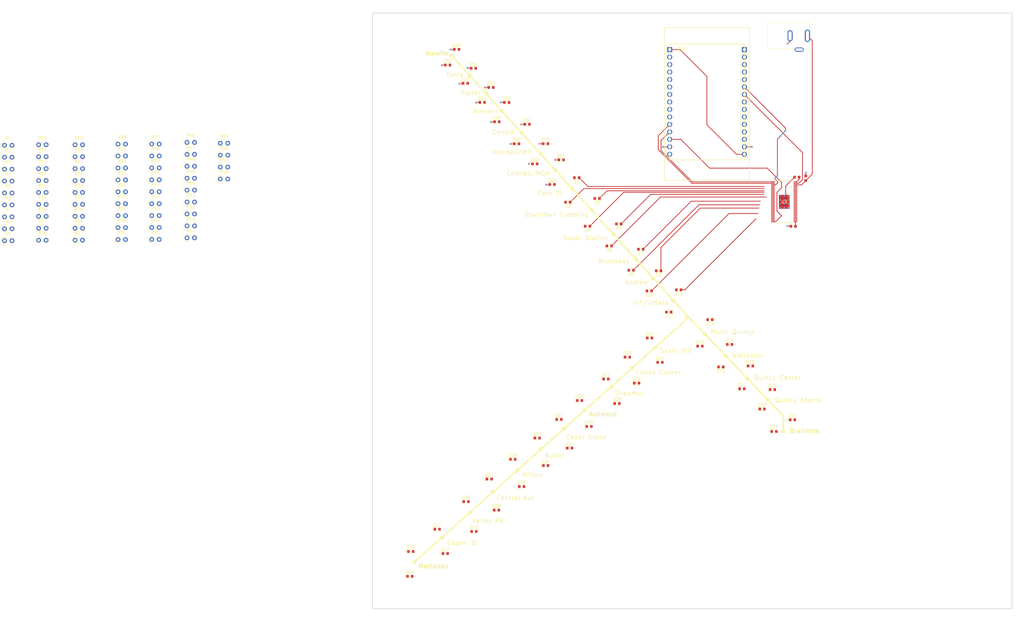
<source format=kicad_pcb>
(kicad_pcb (version 20240108) (generator "pcbnew") (generator_version "8.0")
  (layers (0 "F.Cu" signal) (31 "B.Cu" signal) (34 "B.Paste" user) (35 "F.Paste" user) (36 "B.SilkS" user "B.Silkscreen") (37 "F.SilkS" user "F.Silkscreen") (38 "B.Mask" user) (39 "F.Mask" user) (44 "Edge.Cuts" user))
  (net 0 "")
  (net 1 "Net-(C1-Pad2)")
  (net 2 "GND")
  (net 3 "Net-(C2-Pad2)")
  (net 4 "/+5V")
  (net 6 "/LED49")
  (net 7 "Net-(D49-A)")
  (net 8 "/LED50")
  (net 9 "Net-(D50-A)")
  (net 10 "Net-(D51-A)")
  (net 11 "/LED51")
  (net 12 "Net-(D52-A)")
  (net 13 "/LED52")
  (net 14 "/LED53")
  (net 15 "Net-(D53-A)")
  (net 16 "/LED54")
  (net 17 "Net-(D54-A)")
  (net 18 "/LED55")
  (net 19 "Net-(D55-A)")
  (net 20 "/LED56")
  (net 21 "Net-(D56-A)")
  (net 22 "Net-(D57-A)")
  (net 23 "/LED57")
  (net 24 "Net-(D58-A)")
  (net 25 "/LED58")
  (net 26 "/LED59")
  (net 27 "Net-(D59-A)")
  (net 28 "/LED60")
  (net 29 "Net-(D60-A)")
  (net 30 "/LED61")
  (net 31 "Net-(D61-A)")
  (net 32 "Net-(D62-A)")
  (net 33 "/LED62")
  (net 34 "Net-(D1-A)")
  (net 35 "Net-(D2-A)")
  (net 36 "Net-(D3-A)")
  (net 37 "Net-(D4-A)")
  (net 38 "Net-(D5-A)")
  (net 39 "Net-(D6-A)")
  (net 40 "Net-(D7-A)")
  (net 41 "Net-(D8-A)")
  (net 42 "Net-(D9-A)")
  (net 43 "Net-(D10-A)")
  (net 44 "Net-(D11-A)")
  (net 45 "Net-(D12-A)")
  (net 46 "Net-(D13-A)")
  (net 47 "Net-(D14-A)")
  (net 48 "Net-(D15-A)")
  (net 49 "Net-(D16-A)")
  (net 50 "Net-(D17-A)")
  (net 51 "Net-(D18-A)")
  (net 52 "Net-(D19-A)")
  (net 53 "Net-(D20-A)")
  (net 54 "Net-(D21-A)")
  (net 55 "Net-(D22-A)")
  (net 56 "Net-(D23-A)")
  (net 57 "Net-(D24-A)")
  (net 58 "Net-(D25-A)")
  (net 59 "Net-(D26-A)")
  (net 60 "Net-(D27-A)")
  (net 61 "Net-(D28-A)")
  (net 62 "Net-(D29-A)")
  (net 63 "Net-(D30-A)")
  (net 64 "Net-(D31-A)")
  (net 65 "Net-(D32-A)")
  (net 66 "Net-(D33-A)")
  (net 67 "Net-(D34-A)")
  (net 68 "Net-(D35-A)")
  (net 69 "Net-(D36-A)")
  (net 70 "Net-(D37-A)")
  (net 71 "Net-(D38-A)")
  (net 72 "Net-(D39-A)")
  (net 73 "Net-(D40-A)")
  (net 74 "Net-(D41-A)")
  (net 75 "Net-(D42-A)")
  (net 76 "Net-(D43-A)")
  (net 77 "Net-(D44-A)")
  (net 78 "/GSCLK")
  (net 79 "/LAT")
  (net 80 "/SIN")
  (net 81 "/SCLK")
  (net 82 "/SOUT")
  (net 83 "/LED31")
  (net 84 "/LED26")
  (net 85 "/LED11")
  (net 86 "/LED28")
  (net 87 "/LED16")
  (net 88 "/LED13")
  (net 89 "/LED37")
  (net 90 "/LED3")
  (net 91 "/LED27")
  (net 92 "/LED30")
  (net 93 "/LED10")
  (net 94 "/LED32")
  (net 95 "/LED7")
  (net 96 "/LED48")
  (net 97 "/LED42")
  (net 98 "/LED36")
  (net 99 "/LED24")
  (net 100 "/LED5")
  (net 101 "/LED39")
  (net 102 "/LED29")
  (net 103 "/LED1")
  (net 104 "/LED8")
  (net 105 "/LED41")
  (net 106 "/LED33")
  (net 107 "/LED19")
  (net 108 "/LED35")
  (net 109 "/LED17")
  (net 110 "/LED43")
  (net 111 "/LED18")
  (net 112 "/LED15")
  (net 113 "/LED6")
  (net 114 "/LED34")
  (net 115 "/LED47")
  (net 116 "/LED25")
  (net 117 "/LED23")
  (net 118 "/LED14")
  (net 119 "/LED20")
  (net 120 "/LED9")
  (net 121 "/LED38")
  (net 122 "/LED46")
  (net 123 "/LED21")
  (net 124 "/LED40")
  (net 125 "/LED44")
  (net 126 "/LED2")
  (net 127 "/LED4")
  (net 128 "/LED12")
  (net 129 "/LED22")
  (net 130 "/LED45")
  (net 134 "/+3.3V ESP")
  (footprint "OEM:C_0603" (layer "F.Cu") (at 309.4354 101.7092)
    (property "Reference" "C2" (hide yes))
    (property "Value" "0.1uF" (hide yes))
  )
  (footprint "Resistor_THT:R_Axial_DIN0207_L6.3mm_D2.5mm_P2.54mm_Vertical" (layer "F.Cu") (at 103.765 81.325)
    (property "Reference" "R48")
    (property "Value" "91")
  )
  (footprint "LED_SMD:LED_0603_1608Metric" (layer "F.Cu") (at 287.8625 141.825)
    (property "Reference" "D16")
    (property "Value" "LED" (hide yes))
  )
  (footprint "Resistor_THT:R_Axial_DIN0207_L6.3mm_D2.5mm_P2.54mm_Vertical" (layer "F.Cu") (at 41.825 106.6)
    (property "Reference" "R9")
    (property "Value" "33")
  )
  (footprint "Resistor_THT:R_Axial_DIN0207_L6.3mm_D2.5mm_P2.54mm_Vertical" (layer "F.Cu") (at 65.77 90.225)
    (property "Reference" "R23")
    (property "Value" "91")
  )
  (footprint "Resistor_THT:R_Axial_DIN0207_L6.3mm_D2.5mm_P2.54mm_Vertical" (layer "F.Cu") (at 41.825 102.55)
    (property "Reference" "R8")
    (property "Value" "33")
  )
  (footprint "Resistor_THT:R_Axial_DIN0207_L6.3mm_D2.5mm_P2.54mm_Vertical" (layer "F.Cu") (at 103.765 85.375)
    (property "Reference" "R49")
    (property "Value" "91")
  )
  (footprint "LED_SMD:LED_0603_1608Metric" (layer "F.Cu") (at 232.9625 93.525 180)
    (property "Reference" "D2")
    (property "Value" "LED")
  )
  (footprint "LED_SMD:LED_0603_1608Metric" (layer "F.Cu") (at 225.4625 182.95)
    (property "Reference" "D34")
    (property "Value" "LED")
  )
  (footprint "LED_SMD:LED_0603_1608Metric" (layer "F.Cu") (at 208.7625 198.075)
    (property "Reference" "D38")
    (property "Value" "LED")
  )
  (footprint "Resistor_THT:R_Axial_DIN0207_L6.3mm_D2.5mm_P2.54mm_Vertical" (layer "F.Cu") (at 115.04 77.55)
    (property "Reference" "R56")
    (property "Value" "91")
  )
  (footprint "OEM:C_0603" (layer "F.Cu") (at 310.6604 85.0092)
    (property "Reference" "C1" (hide yes))
    (property "Value" "0.1uF" (hide yes))
  )
  (footprint "LED_SMD:LED_0603_1608Metric" (layer "F.Cu") (at 270.5875 123.275 180)
    (property "Reference" "D11")
    (property "Value" "LED" (hide yes))
  )
  (footprint "Resistor_THT:R_Axial_DIN0207_L6.3mm_D2.5mm_P2.54mm_Vertical" (layer "F.Cu") (at 115.04 85.65)
    (property "Reference" "R58")
    (property "Value" "91")
  )
  (footprint "Resistor_THT:R_Axial_DIN0207_L6.3mm_D2.5mm_P2.54mm_Vertical" (layer "F.Cu") (at 103.765 105.625)
    (property "Reference" "R54")
    (property "Value" "91")
  )
  (footprint "Resistor_THT:R_Axial_DIN0207_L6.3mm_D2.5mm_P2.54mm_Vertical" (layer "F.Cu") (at 91.785 106.175)
    (property "Reference" "R45")
    (property "Value" "91")
  )
  (footprint "LED_SMD:LED_0603_1608Metric" (layer "F.Cu") (at 195.2375 41.625)
    (property "Reference" "D49")
    (property "Value" "LED" (hide yes))
  )
  (footprint "LED_SMD:LED_0603_1608Metric" (layer "F.Cu") (at 256.3125 154.95)
    (property "Reference" "D26")
    (property "Value" "LED" (hide yes))
  )
  (footprint "LED_SMD:LED_0603_1608Metric" (layer "F.Cu") (at 249.6625 161.875)
    (property "Reference" "D28")
    (property "Value" "LED" (hide yes))
  )
  (footprint "LED_SMD:LED_0603_1608Metric" (layer "F.Cu") (at 179.6875 212.125)
    (property "Reference" "D43")
    (property "Value" "LED")
  )
  (footprint "Resistor_THT:R_Axial_DIN0207_L6.3mm_D2.5mm_P2.54mm_Vertical" (layer "F.Cu") (at 91.785 89.975)
    (property "Reference" "R41")
    (property "Value" "91")
  )
  (footprint "Resistor_THT:R_Axial_DIN0207_L6.3mm_D2.5mm_P2.54mm_Vertical" (layer "F.Cu") (at 80.345 73.8)
    (property "Reference" "R28")
    (property "Value" "91")
  )
  (footprint "LED_SMD:LED_0603_1608Metric" (layer "F.Cu") (at 227.6375 87.5)
    (property "Reference" "D62")
    (property "Value" "LED" (hide yes))
  )
  (footprint "LED_SMD:LED_0603_1608Metric" (layer "F.Cu") (at 188.6375 204.575)
    (property "Reference" "D41")
    (property "Value" "LED")
  )
  (footprint "Resistor_THT:R_Axial_DIN0207_L6.3mm_D2.5mm_P2.54mm_Vertical" (layer "F.Cu") (at 103.765 73.225)
    (property "Reference" "R46")
    (property "Value" "91")
  )
  (footprint "Resistor_THT:R_Axial_DIN0207_L6.3mm_D2.5mm_P2.54mm_Vertical" (layer "F.Cu") (at 53.415 90.225)
    (property "Reference" "R14")
    (property "Value" "33")
  )
  (footprint "Resistor_THT:R_Axial_DIN0207_L6.3mm_D2.5mm_P2.54mm_Vertical" (layer "F.Cu") (at 65.77 78.075)
    (property "Reference" "R20")
    (property "Value" "91")
  )
  (footprint "Resistor_THT:R_Axial_DIN0207_L6.3mm_D2.5mm_P2.54mm_Vertical" (layer "F.Cu") (at 80.345 85.95)
    (property "Reference" "R31")
    (property "Value" "91")
  )
  (footprint "LED_SMD:LED_0603_1608Metric" (layer "F.Cu") (at 206.9125 54.55)
    (property "Reference" "D53")
    (property "Value" "LED" (hide yes))
  )
  (footprint "LED_SMD:LED_0603_1608Metric" (layer "F.Cu") (at 240.1625 169.675)
    (property "Reference" "D30")
    (property "Value" "LED" (hide yes))
  )
  (footprint "Resistor_THT:R_Axial_DIN0207_L6.3mm_D2.5mm_P2.54mm_Vertical" (layer "F.Cu") (at 91.785 98.075)
    (property "Reference" "R43")
    (property "Value" "91")
  )
  (footprint "LED_SMD:LED_0603_1608Metric" (layer "F.Cu") (at 264.2375 147.9)
    (property "Reference" "D24")
    (property "Value" "LED" (hide yes))
  )
  (footprint "Resistor_THT:R_Axial_DIN0207_L6.3mm_D2.5mm_P2.54mm_Vertical" (layer "F.Cu") (at 80.345 77.85)
    (property "Reference" "R29")
    (property "Value" "91")
  )
  (footprint "LED_SMD:LED_0603_1608Metric" (layer "F.Cu") (at 192.2125 46.95)
    (property "Reference" "D50")
    (property "Value" "LED" (hide yes))
  )
  (footprint "LED_SMD:LED_0603_1608Metric" (layer "F.Cu") (at 198.4375 195.2)
    (property "Reference" "D39")
    (property "Value" "LED")
  )
  (footprint "LED_SMD:LED_0603_1608Metric" (layer "F.Cu") (at 292.0375 156.875)
    (property "Reference" "D17")
    (property "Value" "LED" (hide yes))
  )
  (footprint "Resistor_THT:R_Axial_DIN0207_L6.3mm_D2.5mm_P2.54mm_Vertical" (layer "F.Cu") (at 103.765 93.475)
    (property "Reference" "R51")
    (property "Value" "91")
  )
  (footprint "Resistor_THT:R_Axial_DIN0207_L6.3mm_D2.5mm_P2.54mm_Vertical" (layer "F.Cu") (at 80.345 106.2)
    (property "Reference" "R36")
    (property "Value" "91")
  )
  (footprint "Resistor_THT:R_Axial_DIN0207_L6.3mm_D2.5mm_P2.54mm_Vertical" (layer "F.Cu") (at 65.77 106.425)
    (property "Reference" "R27")
    (property "Value" "91")
  )
  (footprint "LED_SMD:LED_0603_1608Metric" (layer "F.Cu") (at 235.9875 85.2 180)
    (property "Reference" "D1")
    (property "Value" "LED" (hide yes))
  )
  (footprint "LED_SMD:LED_0603_1608Metric" (layer "F.Cu") (at 200.9625 48.05)
    (property "Reference" "D51")
    (property "Value" "LED" (hide yes))
  )
  (footprint "Resistor_THT:R_Axial_DIN0207_L6.3mm_D2.5mm_P2.54mm_Vertical" (layer "F.Cu") (at 53.415 82.125)
    (property "Reference" "R12")
    (property "Value" "33")
  )
  (footprint "Resistor_THT:R_Axial_DIN0207_L6.3mm_D2.5mm_P2.54mm_Vertical" (layer "F.Cu") (at 115.04 81.6)
    (property "Reference" "R57")
    (property "Value" "91")
  )
  (footprint "LED_SMD:LED_0603_1608Metric" (layer "F.Cu") (at 214.3125 180.825)
    (property "Reference" "D35")
    (property "Value" "LED")
  )
  (footprint "Resistor_THT:R_Axial_DIN0207_L6.3mm_D2.5mm_P2.54mm_Vertical" (layer "F.Cu") (at 65.77 86.175)
    (property "Reference" "R22")
    (property "Value" "91")
  )
  (footprint "LED_SMD:LED_0603_1608Metric" (layer "F.Cu") (at 236.9625 160.875)
    (property "Reference" "D29")
    (property "Value" "LED" (hide yes))
  )
  (footprint "LED_SMD:LED_0603_1608Metric" (layer "F.Cu") (at 217.2875 190.075)
    (property "Reference" "D36")
    (property "Value" "LED")
  )
  (footprint "LED_SMD:LED_0603_1608Metric" (layer "F.Cu") (at 281.1875 133.4 180)
    (property "Reference" "D14")
    (property "Value" "LED" (hide yes))
  )
  (footprint "LED_SMD:LED_0603_1608Metric" (layer "F.Cu") (at 230.7125 79.125)
    (property "Reference" "D61")
    (property "Value" "LED" (hide yes))
  )
  (footprint "Resistor_THT:R_Axial_DIN0207_L6.3mm_D2.5mm_P2.54mm_Vertical" (layer "F.Cu") (at 53.415 106.425)
    (property "Reference" "R18")
    (property "Value" "91")
  )
  (footprint "LED_SMD:LED_0603_1608Metric" (layer "F.Cu") (at 225.4125 73.65)
    (property "Reference" "D59")
    (property "Value" "LED" (hide yes))
  )
  (footprint "Resistor_THT:R_Axial_DIN0207_L6.3mm_D2.5mm_P2.54mm_Vertical" (layer "F.Cu") (at 65.77 102.375)
    (property "Reference" "R26")
    (property "Value" "91")
  )
  (footprint "LED_SMD:LED_0603_1608Metric" (layer "F.Cu") (at 212.2375 59.65)
    (property "Reference" "D55")
    (property "Value" "LED" (hide yes))
  )
  (footprint "LED_SMD:LED_0603_1608Metric" (layer "F.Cu") (at 309.2125 167.4)
    (property "Reference" "D22")
    (property "Value" "LED" (hide yes))
  )
  (footprint "LED_SMD:LED_0603_1608Metric" (layer "F.Cu") (at 221.7625 80.5)
    (property "Reference" "D60")
    (property "Value" "LED" (hide yes))
  )
  (footprint "Resistor_THT:R_Axial_DIN0207_L6.3mm_D2.5mm_P2.54mm_Vertical" (layer "F.Cu") (at 65.77 98.325)
    (property "Reference" "R25")
    (property "Value" "91")
  )
  (footprint "LED_SMD:LED_0603_1608Metric" (layer "F.Cu") (at 302.3875 157.15)
    (property "Reference" "D20")
    (property "Value" "LED" (hide yes))
  )
  (footprint "LED_SMD:LED_0603_1608Metric" (layer "F.Cu") (at 245.9125 153.55)
    (property "Reference" "D27")
    (property "Value" "LED" (hide yes))
  )
  (footprint "Resistor_THT:R_Axial_DIN0207_L6.3mm_D2.5mm_P2.54mm_Vertical" (layer "F.Cu") (at 80.345 94.05)
    (property "Reference" "R33")
    (property "Value" "91")
  )
  (footprint "LED_SMD:LED_0603_1608Metric" (layer "F.Cu") (at 208.8875 66.2)
    (property "Reference" "D56")
    (property "Value" "LED" (hide yes))
  )
  (footprint "Resistor_THT:R_Axial_DIN0207_L6.3mm_D2.5mm_P2.54mm_Vertical" (layer "F.Cu") (at 103.765 101.575)
    (property "Reference" "R53")
    (property "Value" "91")
  )
  (footprint "Resistor_THT:R_Axial_DIN0207_L6.3mm_D2.5mm_P2.54mm_Vertical" (layer "F.Cu") (at 53.415 78.075)
    (property "Reference" "R11")
    (property "Value" "33")
  )
  (footprint "Resistor_THT:R_Axial_DIN0207_L6.3mm_D2.5mm_P2.54mm_Vertical" (layer "F.Cu") (at 115.04 73.5)
    (property "Reference" "R55")
    (property "Value" "91")
  )
  (footprint "LED_SMD:LED_0603_1608Metric" (layer "F.Cu") (at 263.7625 116.825 180)
    (property "Reference" "D9")
    (property "Value" "LED")
  )
  (footprint "LED_SMD:LED_0603_1608Metric" (layer "F.Cu") (at 284.8875 149.475 180)
    (property "Reference" "D15")
    (property "Value" "LED" (hide yes))
  )
  (footprint "Resistor_THT:R_Axial_DIN0207_L6.3mm_D2.5mm_P2.54mm_Vertical" (layer "F.Cu") (at 65.77 94.275)
    (property "Reference" "R24")
    (property "Value" "91")
  )
  (footprint "LED_SMD:LED_0603_1608Metric" (layer "F.Cu") (at 215.5875 73.675)
    (property "Reference" "D58")
    (property "Value" "LED" (hide yes))
  )
  (footprint "LED_SMD:LED_0603_1608Metric" (layer "F.Cu") (at 222.5875 173.6)
    (property "Reference" "D33")
    (property "Value" "LED")
  )
  (footprint "Resistor_THT:R_Axial_DIN0207_L6.3mm_D2.5mm_P2.54mm_Vertical" (layer "F.Cu") (at 41.825 98.5)
    (property "Reference" "R7")
    (property "Value" "33")
  )
  (footprint "Resistor_THT:R_Axial_DIN0207_L6.3mm_D2.5mm_P2.54mm_Vertical" (layer "F.Cu") (at 80.345 98.1)
    (property "Reference" "R34")
    (property "Value" "91")
  )
  (footprint "Resistor_THT:R_Axial_DIN0207_L6.3mm_D2.5mm_P2.54mm_Vertical" (layer "F.Cu") (at 53.415 94.275)
    (property "Reference" "R15")
    (property "Value" "91")
  )
  (footprint "LED_SMD:LED_0603_1608Metric" (layer "F.Cu") (at 257.7125 109.5 180)
    (property "Reference" "D7")
    (property "Value" "LED")
  )
  (footprint "LED_SMD:LED_0603_1608Metric" (layer "F.Cu") (at 201.1125 205.325)
    (property "Reference" "D40")
    (property "Value" "LED")
  )
  (footprint "Resistor_THT:R_Axial_DIN0207_L6.3mm_D2.5mm_P2.54mm_Vertical" (layer "F.Cu") (at 65.77 82.125)
    (property "Reference" "R21")
    (property "Value" "91")
  )
  (footprint "TLC5955:DCA0056F_N" (layer "F.Cu") (at 306.385319 93.384199)
    (property "Reference" "U3")
    (property "Value" "TLC5955DCAR")
  )
  (footprint "LED_SMD:LED_0603_1608Metric" (layer "F.Cu") (at 198.2125 53.15)
    (property "Reference" "D52")
    (property "Value" "LED" (hide yes))
  )
  (footprint "Resistor_THT:R_Axial_DIN0207_L6.3mm_D2.5mm_P2.54mm_Vertical" (layer "F.Cu") (at 80.345 81.9)
    (property "Reference" "R30")
    (property "Value" "91")
  )
  (footprint "Resistor_THT:R_Axial_DIN0207_L6.3mm_D2.5mm_P2.54mm_Vertical" (layer "F.Cu") (at 41.825 90.4)
    (property "Reference" "R5")
    (property "Value" "33")
  )
  (footprint "LED_SMD:LED_0603_1608Metric" (layer "F.Cu") (at 239.6375 101.675 180)
    (property "Reference" "D4")
    (property "Value" "LED")
  )
  (footprint "Resistor_THT:R_Axial_DIN0207_L6.3mm_D2.5mm_P2.54mm_Vertical" (layer "F.Cu") (at 41.825 86.35)
    (property "Reference" "R4")
    (property "Value" "33")
  )
  (footprint "LED_SMD:LED_0603_1608Metric" (layer "F.Cu") (at 206.3125 187.525)
    (property "Reference" "D37")
    (property "Value" "LED")
  )
  (footprint "LED_SMD:LED_0603_1608Metric" (layer "F.Cu") (at 233.5625 177)
    (property "Reference" "D32")
    (property "Value" "LED")
  )
  (footprint "LED_SMD:LED_0603_1608Metric" (layer "F.Cu") (at 250.2375 100.9 180)
    (property "Reference" "D5")
    (property "Value" "LED")
  )
  (footprint "LED_SMD:LED_0603_1608Metric" (layer "F.Cu") (at 191.3875 212.825)
    (property "Reference" "D42")
    (property "Value" "LED")
  )
  (footprint "Resistor_THT:R_Axial_DIN0207_L6.3mm_D2.5mm_P2.54mm_Vertical" (layer "F.Cu") (at 103.765 89.425)
    (property "Reference" "R50")
    (property "Value" "91")
  )
  (footprint "Connector_PinHeader_2.54mm:PinHeader_1x15_P2.54mm_Vertical" (layer "F.Cu") (at 292.875 41.7)
    (property "Reference" "J3" (hide yes))
    (property "Value" "Conn_01x15_Socket" (hide yes))
  )
  (footprint "LED_SMD:LED_0603_1608Metric" (layer "F.Cu") (at 302.9375 171.375)
    (property "Reference" "D21")
    (property "Value" "LED" (hide yes))
  )
  (footprint "OEM:C_0603" (layer "F.Cu") (at 313.6854 85.4092 -90)
    (property "Reference" "C3" (hide yes))
    (property "Value" "0.1uF" (hide yes))
  )
  (footprint "Resistor_THT:R_Axial_DIN0207_L6.3mm_D2.5mm_P2.54mm_Vertical" (layer "F.Cu") (at 103.765 77.275)
    (property "Reference" "R47")
    (property "Value" "91")
  )
  (footprint "LED_SMD:LED_0603_1608Metric" (layer "F.Cu") (at 253.1875 146.125)
    (property "Reference" "D25")
    (property "Value" "LED" (hide yes))
  )
  (footprint "LED_SMD:LED_0603_1608Metric" (layer "F.Cu") (at 242.8875 92.25 180)
    (property "Reference" "D3")
    (property "Value" "LED")
  )
  (footprint "Resistor_THT:R_Axial_DIN0207_L6.3mm_D2.5mm_P2.54mm_Vertical" (layer "F.Cu") (at 80.345 90)
    (property "Reference" "R32")
    (property "Value" "91")
  )
  (footprint "LED_SMD:LED_0603_1608Metric" (layer "F.Cu") (at 203.9125 59.625)
    (property "Reference" "D54")
    (property "Value" "LED" (hide yes))
  )
  (footprint "Resistor_THT:R_Axial_DIN0207_L6.3mm_D2.5mm_P2.54mm_Vertical" (layer "F.Cu") (at 53.415 74.025)
    (property "Reference" "R10")
    (property "Value" "33")
  )
  (footprint "LED_SMD:LED_0603_1608Metric" (layer "F.Cu") (at 247.0125 108.375 180)
    (property "Reference" "D6")
    (property "Value" "LED")
  )
  (footprint "LED_SMD:LED_0603_1608Metric" (layer "F.Cu") (at 179.3625 220.575)
    (property "Reference" "D44")
    (property "Value" "LED")
  )
  (footprint "Resistor_THT:R_Axial_DIN0207_L6.3mm_D2.5mm_P2.54mm_Vertical" (layer "F.Cu") (at 80.345 102.15)
    (property "Reference" "R35")
    (property "Value" "91")
  )
  (footprint "Resistor_THT:R_Axial_DIN0207_L6.3mm_D2.5mm_P2.54mm_Vertical" (layer "F.Cu") (at 103.765 97.525)
    (property "Reference" "R52")
    (property "Value" "91")
  )
  (footprint "LED_SMD:LED_0603_1608Metric" (layer "F.Cu") (at 294.9375 149.125)
    (property "Reference" "D18")
    (property "Value" "LED" (hide yes))
  )
  (footprint "Resistor_THT:R_Axial_DIN0207_L6.3mm_D2.5mm_P2.54mm_Vertical" (layer "F.Cu") (at 91.785 81.875)
    (property "Reference" "R39")
    (property "Value" "91")
  )
  (footprint "LED_SMD:LED_0603_1608Metric" (layer "F.Cu") (at 260.7125 139.625)
    (property "Reference" "D23")
    (property "Value" "LED" (hide yes))
  )
  (footprint "Resistor_THT:R_Axial_DIN0207_L6.3mm_D2.5mm_P2.54mm_Vertical" (layer "F.Cu") (at 91.785 102.125)
    (property "Reference" "R44")
    (property "Value" "91")
  )
  (footprint "Resistor_THT:R_Axial_DIN0207_L6.3mm_D2.5mm_P2.54mm_Vertical" (layer "F.Cu") (at 91.785 73.775)
    (property "Reference" "R37")
    (property "Value" "91")
  )
  (footprint "LED_SMD:LED_0603_1608Metric" (layer "F.Cu") (at 219.1625 67.05)
    (property "Reference" "D57")
    (property "Value" "LED" (hide yes))
  )
  (footprint "Resistor_THT:R_Axial_DIN0207_L6.3mm_D2.5mm_P2.54mm_Vertical" (layer "F.Cu") (at 91.785 94.025)
    (property "Reference" "R42")
    (property "Value" "91")
  )
  (footprint "Barrel Connector 5A 5V:TENSILITY_54-00132" (layer "F.Cu") (at 308.3729 37.0092 -90)
    (property "Reference" "J1" (hide yes))
    (property "Value" "54-00132" (hide yes))
  )
  (footprint "LED_SMD:LED_0603_1608Metric" (layer "F.Cu") (at 298.8875 163.75)
    (property "Reference" "D19")
    (property "Value" "LED" (hide yes))
  )
  (footprint "Resistor_THT:R_Axial_DIN0207_L6.3mm_D2.5mm_P2.54mm_Vertical" (layer "F.Cu") (at 41.825 74.2)
    (property "Reference" "R1")
    (property "Value" "33")
  )
  (footprint "LED_SMD:LED_0603_1608Metric" (layer "F.Cu") (at 267.2125 130.85 180)
    (property "Reference" "D12")
    (property "Value" "LED")
  )
  (footprint "LED_SMD:LED_0603_1608Metric" (layer "F.Cu") (at 254.4375 116.625 180)
    (property "Reference" "D8")
    (property "Value" "LED")
  )
  (footprint "Resistor_THT:R_Axial_DIN0207_L6.3mm_D2.5mm_P2.54mm_Vertical" (layer "F.Cu") (at 91.785 85.925)
    (property "Reference" "R40")
    (property "Value" "91")
  )
  (footprint "Resistor_THT:R_Axial_DIN0207_L6.3mm_D2.5mm_P2.54mm_Vertical" (layer "F.Cu") (at 53.415 86.175)
    (property "Reference" "R13")
    (property "Value" "33")
  )
  (footprint "Connector_PinHeader_2.54mm:PinHeader_1x15_P2.54mm_Vertical" (layer "F.Cu") (at 267.525 41.7)
    (property "Reference" "J2" (hide yes))
    (property "Value" "Conn_01x15_Socket" (hide yes))
  )
  (footprint "LED_SMD:LED_0603_1608Metric" (layer "F.Cu") (at 277.8125 142.4)
    (property "Reference" "D13")
    (property "Value" "LED" (hide yes))
  )
  (footprint "Resistor_THT:R_Axial_DIN0207_L6.3mm_D2.5mm_P2.54mm_Vertical" (layer "F.Cu") (at 65.77 74.025)
    (property "Reference" "R19")
    (property "Value" "91")
  )
  (footprint "Resistor_THT:R_Axial_DIN0207_L6.3mm_D2.5mm_P2.54mm_Vertical" (layer "F.Cu") (at 41.825 94.45)
    (property "Reference" "R6")
    (property "Value" "33")
  )
  (footprint "Resistor_THT:R_Axial_DIN0207_L6.3mm_D2.5mm_P2.54mm_Vertical" (layer "F.Cu") (at 41.825 82.3)
    (property "Reference" "R3")
    (property "Value" "33")
  )
  (footprint "Resistor_THT:R_Axial_DIN0207_L6.3mm_D2.5mm_P2.54mm_Vertical" (layer "F.Cu") (at 53.415 98.325)
    (property "Reference" "R16")
    (property "Value" "91")
  )
  (footprint "Resistor_THT:R_Axial_DIN0207_L6.3mm_D2.5mm_P2.54mm_Vertical" (layer "F.Cu") (at 91.785 77.825)
    (property "Reference" "R38")
    (property "Value" "91")
  )
  (footprint "Resistor_THT:R_Axial_DIN0207_L6.3mm_D2.5mm_P2.54mm_Vertical" (layer "F.Cu") (at 41.825 78.25)
    (property "Reference" "R2")
    (property "Value" "33")
  )
  (footprint "LED_SMD:LED_0603_1608Metric" (layer "F.Cu") (at 260.5875 123.65 180)
    (property "Reference" "D10")
    (property "Value" "LED")
  )
  (footprint "LED_SMD:LED_0603_1608Metric" (layer "F.Cu") (at 229.9875 167.275)
    (property "Reference" "D31")
    (property "Value" "LED" (hide yes))
  )
  (footprint "Resistor_THT:R_Axial_DIN0207_L6.3mm_D2.5mm_P2.54mm_Vertical" (layer "F.Cu") (at 53.415 102.375)
    (property "Reference" "R17")
    (property "Value" "91")
  )
  (gr_circle (center 300.625 160.475) (end 301.165833 160.475) (stroke (width 0.2)) (fill solid) (layer "F.SilkS"))
  (gr_circle (center 180.9 215.7) (end 181.440833 215.7) (stroke (width 0.2)) (fill solid) (layer "F.SilkS"))
  (gr_circle (center 286.65 145.8) (end 287.190833 145.8) (stroke (width 0.2)) (fill solid) (layer "F.SilkS"))
  (gr_rect (start 265.7854 34.2092) (end 294.5924 86.0792) (stroke (width 0.2)) (fill none) (layer "F.SilkS"))
  (gr_circle (center 193.525 43.7) (end 194.065833 43.7) (stroke (width 0.2)) (fill solid) (layer "F.SilkS"))
  (gr_circle (center 234.425 88.875) (end 234.965833 88.875) (stroke (width 0.2)) (fill solid) (layer "F.SilkS"))
  (gr_arc (start 272.84344 131.388416) (mid 273.325 132.525) (end 272.880336 133.67652) (stroke (width 0.5)) (layer "F.SilkS"))
  (gr_line (start 306.125 166.15) (end 306.125 171.275) (stroke (width 0.5)) (layer "F.SilkS"))
  (gr_circle (center 217.175 69.775) (end 217.715833 69.775) (stroke (width 0.2)) (fill solid) (layer "F.SilkS"))
  (gr_circle (center 207.55 191.85) (end 208.090833 191.85) (stroke (width 0.2)) (fill solid) (layer "F.SilkS"))
  (gr_circle (center 223.825 177.325) (end 224.365833 177.325) (stroke (width 0.2)) (fill solid) (layer "F.SilkS"))
  (gr_circle (center 262.6 142.85) (end 263.140833 142.85) (stroke (width 0.2)) (fill solid) (layer "F.SilkS"))
  (gr_line (start 272.880336 133.67652) (end 180.9 215.7) (stroke (width 0.5)) (layer "F.SilkS"))
  (gr_circle (center 190.3 207.4) (end 190.840833 207.4) (stroke (width 0.2)) (fill solid) (layer "F.SilkS"))
  (gr_circle (center 293.95 153.525) (end 294.490833 153.525) (stroke (width 0.2)) (fill solid) (layer "F.SilkS"))
  (gr_circle (center 306.125 171.275) (end 306.665833 171.275) (stroke (width 0.2)) (fill solid) (layer "F.SilkS"))
  (gr_circle (center 268.7 126.875) (end 269.240833 126.875) (stroke (width 0.2)) (fill solid) (layer "F.SilkS"))
  (gr_circle (center 199.65 50.35) (end 200.190833 50.35) (stroke (width 0.2)) (fill solid) (layer "F.SilkS"))
  (gr_circle (center 254.725 149.775) (end 255.265833 149.775) (stroke (width 0.2)) (fill solid) (layer "F.SilkS"))
  (gr_circle (center 199.75 199.025) (end 200.290833 199.025) (stroke (width 0.2)) (fill solid) (layer "F.SilkS"))
  (gr_circle (center 240.95 96.1) (end 241.490833 96.1) (stroke (width 0.2)) (fill solid) (layer "F.SilkS"))
  (gr_line (start 193.525 43.7) (end 272.84344 131.388416) (stroke (width 0.5)) (layer "F.SilkS"))
  (gr_circle (center 210.5 62.5) (end 211.040833 62.5) (stroke (width 0.2)) (fill solid) (layer "F.SilkS"))
  (gr_circle (center 228.85 82.75) (end 229.390833 82.75) (stroke (width 0.2)) (fill solid) (layer "F.SilkS"))
  (gr_circle (center 247.65 156.325) (end 248.190833 156.325) (stroke (width 0.2)) (fill solid) (layer "F.SilkS"))
  (gr_circle (center 256.1 112.75) (end 256.640833 112.75) (stroke (width 0.2)) (fill solid) (layer "F.SilkS"))
  (gr_circle (center 205.325 56.675) (end 205.865833 56.675) (stroke (width 0.2)) (fill solid) (layer "F.SilkS"))
  (gr_circle (center 261.85 119.4) (end 262.390833 119.4) (stroke (width 0.2)) (fill solid) (layer "F.SilkS"))
  (gr_line (start 272.84344 131.388416) (end 306.125 166.15) (stroke (width 0.5)) (layer "F.SilkS"))
  (gr_circle (center 215.75 184.7) (end 216.290833 184.7) (stroke (width 0.2)) (fill solid) (layer "F.SilkS"))
  (gr_rect (start 267.55 39.775) (end 292.88 79.1704) (stroke (width 0.2)) (fill none) (layer "F.SilkS"))
  (gr_circle (center 248.575 104.475) (end 249.115833 104.475) (stroke (width 0.2)) (fill solid) (layer "F.SilkS"))
  (gr_circle (center 238.625 164.225) (end 239.165833 164.225) (stroke (width 0.2)) (fill solid) (layer "F.SilkS"))
  (gr_circle (center 279.55 138.325) (end 280.090833 138.325) (stroke (width 0.2)) (fill solid) (layer "F.SilkS"))
  (gr_circle (center 223.65 76.975) (end 224.190833 76.975) (stroke (width 0.2)) (fill solid) (layer "F.SilkS"))
  (gr_circle (center 231.675 170.4) (end 232.215833 170.4) (stroke (width 0.2)) (fill solid) (layer "F.SilkS"))
  (gr_rect (start 166.655 29.305724) (end 383.675 231.580724) (stroke (width 0.2)) (fill none) (layer "Edge.Cuts"))
  (gr_text "Davis" (at 191.55 51 0) (layer "F.SilkS") (effects (font (size 1.5 1.5) (thickness 0.1875)) (justify left bottom)))
  (gr_text "Broadway" (at 243.1 114.35 0) (layer "F.SilkS") (effects (font (size 1.5 1.5) (thickness 0.1875)) (justify left bottom)))
  (gr_text "Braintree" (at 308 172.025 0) (layer "F.SilkS") (effects (font (size 1.5 1.5) (thickness 0.3) (bold yes)) (justify left bottom)))
  (gr_text "Ashmont" (at 240 166.35 0) (layer "F.SilkS") (effects (font (size 1.5 1.5) (thickness 0.3) (bold yes)) (justify left bottom)))
  (gr_text "JFK/UMass" (at 254.525 128.4 0) (layer "F.SilkS") (effects (font (size 1.5 1.5) (thickness 0.1875)) (justify left bottom)))
  (gr_text "Andrew" (at 252.3 121.525 0) (layer "F.SilkS") (effects (font (size 1.5 1.5) (thickness 0.1875)) (justify left bottom)))
  (gr_text "Butler" (at 224.95 180.425 0) (layer "F.SilkS") (effects (font (size 1.5 1.5) (thickness 0.1875)) (justify left bottom)))
  (gr_text "Central" (at 207.2 70.625 0) (layer "F.SilkS") (effects (font (size 1.5 1.5) (thickness 0.1875)) (justify left bottom)))
  (gr_text "Cedar Grove" (at 232.125 174.15 0) (layer "F.SilkS") (effects (font (size 1.5 1.5) (thickness 0.1875)) (justify left bottom)))
  (gr_text "Capen St" (at 191.925 210 0) (layer "F.SilkS") (effects (font (size 1.5 1.5) (thickness 0.1875)) (justify left bottom)))
  (gr_text "Central Ave" (at 208.6 194.825 0) (layer "F.SilkS") (effects (font (size 1.5 1.5) (thickness 0.1875)) (justify left bottom)))
  (gr_text "Charles/MGH" (at 211.975 84.6 0) (layer "F.SilkS") (effects (font (size 1.5 1.5) (thickness 0.1875)) (justify left bottom)))
  (gr_text "Downtown Crossing" (at 218.05 98.5 0) (layer "F.SilkS") (effects (font (size 1.5 1.5) (thickness 0.1875)) (justify left bottom)))
  (gr_text "Quincy Center" (at 296.075 153.975 0) (layer "F.SilkS") (effects (font (size 1.5 1.5) (thickness 0.1875)) (justify left bottom)))
  (gr_text "Savin Hill" (at 264.05 144.825 0) (layer "F.SilkS") (effects (font (size 1.5 1.5) (thickness 0.1875)) (justify left bottom)))
  (gr_text "Mattapan" (at 182.075 217.95 0) (layer "F.SilkS") (effects (font (size 1.5 1.5) (thickness 0.3) (bold yes)) (justify left bottom)))
  (gr_text "Shawmut" (at 248.725 159.25 0) (layer "F.SilkS") (effects (font (size 1.5 1.5) (thickness 0.1875)) (justify left bottom)))
  (gr_text "North Quincy" (at 281.35 138.4 0) (layer "F.SilkS") (effects (font (size 1.5 1.5) (thickness 0.1875)) (justify left bottom)))
  (gr_text "Park St" (at 222.65 91.35 0) (layer "F.SilkS") (effects (font (size 1.5 1.5) (thickness 0.1875)) (justify left bottom)))
  (gr_text "Quincy Adams" (at 303.075 161.625 0) (layer "F.SilkS") (effects (font (size 1.5 1.5) (thickness 0.1875)) (justify left bottom)))
  (gr_text "Fields Corner" (at 256 152.2 0) (layer "F.SilkS") (effects (font (size 1.5 1.5) (thickness 0.1875)) (justify left bottom)))
  (gr_text "Milton" (at 217.525 187.025 0) (layer "F.SilkS") (effects (font (size 1.5 1.5) (thickness 0.1875)) (justify left bottom)))
  (gr_text "South Station" (at 231.175 106.525 0) (layer "F.SilkS") (effects (font (size 1.5 1.5) (thickness 0.1875)) (justify left bottom)))
  (gr_text "Harvard" (at 200.675 63.475 0) (layer "F.SilkS") (effects (font (size 1.5 1.5) (thickness 0.1875)) (justify left bottom)))
  (gr_text "Valley Rd" (at 200.35 202.5 0) (layer "F.SilkS") (effects (font (size 1.5 1.5) (thickness 0.1875)) (justify left bottom)))
  (gr_text "Kendall/MIT" (at 207.4 77.4 0) (layer "F.SilkS") (effects (font (size 1.5 1.5) (thickness 0.1875)) (justify left bottom)))
  (gr_text "Wollaston\n" (at 288.6 146.375 0) (layer "F.SilkS") (effects (font (size 1.5 1.5) (thickness 0.1875)) (justify left bottom)))
  (gr_text "EN" (at 269.925 42.475 0) (layer "F.SilkS") (effects (font (size 1.5 1.5) (thickness 0.1875)) (justify left bottom)))
  (gr_text "Porter" (at 196.4 57.275 0) (layer "F.SilkS") (effects (font (size 1.5 1.5) (thickness 0.1875)) (justify left bottom)))
  (gr_text "Alewife" (at 184.525 43.85 0) (layer "F.SilkS") (effects (font (size 1.5 1.5) (thickness 0.3) (bold yes)) (justify left bottom)))
  (segment (start 310.2081 86.634213) (end 310.535387 86.634213) (width 0.25) (layer "F.Cu") (net 1))
  (segment (start 310.535387 86.634213) (end 311.4354 85.7342) (width 0.25) (layer "F.Cu") (net 1))
  (segment (start 311.4354 85.7342) (end 311.4354 85.0092) (width 0.25) (layer "F.Cu") (net 1))
  (segment (start 210.225 59.6) (end 211.4 59.6) (width 0.25) (layer "F.Cu") (net 2))
  (segment (start 200.075 47.95) (end 200.175 48.05) (width 0.25) (layer "F.Cu") (net 2))
  (segment (start 197.3 53.275) (end 197.425 53.15) (width 0.25) (layer "F.Cu") (net 2))
  (segment (start 193.15 41.675) (end 194.4 41.675) (width 0.25) (layer "F.Cu") (net 2))
  (segment (start 196.2 53.275) (end 197.3 53.275) (width 0.25) (layer "F.Cu") (net 2))
  (segment (start 265.2104 74.7592) (end 267.4858 74.7592) (width 0.25) (layer "F.Cu") (net 2))
  (segment (start 213.525 73.725) (end 214.75 73.725) (width 0.25) (layer "F.Cu") (net 2))
  (segment (start 190.225 46.975) (end 191.4 46.975) (width 0.25) (layer "F.Cu") (net 2))
  (segment (start 308.3729 38.8467) (end 307.5354 39.6842) (width 0.25) (layer "F.Cu") (net 2))
  (segment (start 218.3 67.125) (end 218.375 67.05) (width 0.25) (layer "F.Cu") (net 2))
  (segment (start 206.9 66.3) (end 208 66.3) (width 0.25) (layer "F.Cu") (net 2))
  (segment (start 201.85 59.675) (end 203.075 59.675) (width 0.25) (layer "F.Cu") (net 2))
  (segment (start 267.4858 74.7592) (end 267.525 74.72) (width 0.25) (layer "F.Cu") (net 2))
  (segment (start 308.5854 101.6342) (end 308.6604 101.7092) (width 0.25) (layer "F.Cu") (net 2))
  (segment (start 306.960399 90.484199) (end 306.960399 92.972371) (width 0.25) (layer "F.Cu") (net 2))
  (segment (start 295.4104 74.7342) (end 295.3962 74.72) (width 0.25) (layer "F.Cu") (net 2))
  (segment (start 223.375 73.65) (end 224.625 73.65) (width 0.25) (layer "F.Cu") (net 2))
  (segment (start 313.7104 83.4842) (end 313.7104 84.6092) (width 0.25) (layer "F.Cu") (net 2))
  (segment (start 306.548571 93.384199) (end 306.3854 93.384199) (width 0.25) (layer "F.Cu") (net 2))
  (segment (start 204.875 54.55) (end 206.125 54.55) (width 0.25) (layer "F.Cu") (net 2))
  (segment (start 225.6 87.575) (end 226.775 87.575) (width 0.25) (layer "F.Cu") (net 2))
  (segment (start 214.75 73.725) (end 214.8 73.675) (width 0.25) (layer "F.Cu") (net 2))
  (segment (start 198.925 47.95) (end 200.075 47.95) (width 0.25) (layer "F.Cu") (net 2))
  (segment (start 307.4854 101.6342) (end 308.5854 101.6342) (width 0.25) (layer "F.Cu") (net 2))
  (segment (start 226.775 87.575) (end 226.85 87.5) (width 0.25) (layer "F.Cu") (net 2))
  (segment (start 194.4 41.675) (end 194.45 41.625) (width 0.25) (layer "F.Cu") (net 2))
  (segment (start 306.8854 90.4092) (end 306.8854 88.0092) (width 0.25) (layer "F.Cu") (net 2))
  (segment (start 228.675 79.125) (end 229.925 79.125) (width 0.25) (layer "F.Cu") (net 2))
  (segment (start 191.4 46.975) (end 191.425 46.95) (width 0.25) (layer "F.Cu") (net 2))
  (segment (start 217.175 67.125) (end 218.3 67.125) (width 0.25) (layer "F.Cu") (net 2))
  (segment (start 203.075 59.675) (end 203.125 59.625) (width 0.25) (layer "F.Cu") (net 2))
  (segment (start 313.7104 84.6092) (end 313.6854 84.6342) (width 0.25) (layer "F.Cu") (net 2))
  (segment (start 306.8854 90.4092) (end 306.960399 90.484199) (width 0.25) (layer "F.Cu") (net 2))
  (segment (start 308.3729 37.0092) (end 308.3729 38.8467) (width 0.25) (layer "F.Cu") (net 2))
  (segment (start 306.960399 92.972371) (end 306.548571 93.384199) (width 0.25) (layer "F.Cu") (net 2))
  (segment (start 211.4 59.6) (end 211.45 59.65) (width 0.25) (layer "F.Cu") (net 2))
  (segment (start 295.3962 74.72) (end 292.875 74.72) (width 0.25) (layer "F.Cu") (net 2))
  (segment (start 208 66.3) (end 208.1 66.2) (width 0.25) (layer "F.Cu") (net 2))
  (segment (start 306.8854 88.0092) (end 309.8854 85.0092) (width 0.25) (layer "F.Cu") (net 2))
  (via (at 193.15 41.675) (size 0.6) (drill 0.3) (layers "F.Cu" "B.Cu") (net 2))
  (via (at 265.2104 74.7592) (size 0.6) (drill 0.3) (layers "F.Cu" "B.Cu") (net 2))
  (via (at 307.4854 101.6342) (size 0.6) (drill 0.3) (layers "F.Cu" "B.Cu") (net 2))
  (via (at 196.2 53.275) (size 0.6) (drill 0.3) (layers "F.Cu" "B.Cu") (net 2))
  (via (at 223.375 73.65) (size 0.6) (drill 0.3) (layers "F.Cu" "B.Cu") (net 2))
  (via (at 219.75 80.5) (size 0.6) (drill 0.3) (layers "F.Cu" "B.Cu") (net 2))
  (via (at 307.5354 39.6842) (size 0.6) (drill 0.3) (layers "F.Cu" "B.Cu") (net 2))
  (via (at 190.225 46.975) (size 0.6) (drill 0.3) (layers "F.Cu" "B.Cu") (net 2))
  (via (at 225.6 87.575) (size 0.6) (drill 0.3) (layers "F.Cu" "B.Cu") (net 2))
  (via (at 206.9 66.3) (size 0.6) (drill 0.3) (layers "F.Cu" "B.Cu") (net 2))
  (via (at 201.85 59.675) (size 0.6) (drill 0.3) (layers "F.Cu" "B.Cu") (net 2))
  (via (at 306.8854 90.4092) (size 0.6) (drill 0.3) (layers "F.Cu" "B.Cu") (net 2))
  (via (at 213.525 73.725) (size 0.6) (drill 0.3) (layers "F.Cu" "B.Cu") (net 2))
  (via (at 210.225 59.6) (size 0.6) (drill 0.3) (layers "F.Cu" "B.Cu") (net 2))
  (via (at 295.4104 74.7342) (size 0.6) (drill 0.3) (layers "F.Cu" "B.Cu") (net 2))
  (via (at 198.925 47.95) (size 0.6) (drill 0.3) (layers "F.Cu" "B.Cu") (net 2))
  (via (at 313.7104 83.4842) (size 0.6) (drill 0.3) (layers "F.Cu" "B.Cu") (net 2))
  (via (at 204.875 54.55) (size 0.6) (drill 0.3) (layers "F.Cu" "B.Cu") (net 2))
  (via (at 228.675 79.125) (size 0.6) (drill 0.3) (layers "F.Cu" "B.Cu") (net 2))
  (via (at 217.175 67.125) (size 0.6) (drill 0.3) (layers "F.Cu" "B.Cu") (net 2))
  (segment (start 310.2104 100.136485) (end 310.2081 100.134185) (width 0.25) (layer "F.Cu") (net 3))
  (segment (start 310.2104 101.7092) (end 310.2104 100.136485) (width 0.25) (layer "F.Cu") (net 3))
  (segment (start 314.2729 37.0092) (end 315.9104 38.6467) (width 0.25) (layer "F.Cu") (net 4))
  (segment (start 315.9104 83.9592) (end 313.6854 86.1842) (width 0.25) (layer "F.Cu") (net 4))
  (segment (start 312.235389 87.634211) (end 310.2081 87.634211) (width 0.25) (layer "F.Cu") (net 4))
  (segment (start 315.9104 38.6467) (end 315.9104 83.9592) (width 0.25) (layer "F.Cu") (net 4))
  (segment (start 313.6854 86.1842) (end 312.235389 87.634211) (width 0.25) (layer "F.Cu") (net 4))
  (segment (start 312.5854 85.845596) (end 312.5854 76.6504) (width 0.25) (layer "F.Cu") (net 78))
  (segment (start 310.2081 87.134211) (end 311.296785 87.134211) (width 0.25) (layer "F.Cu") (net 78))
  (segment (start 312.5854 76.6504) (end 292.875 56.94) (width 0.25) (layer "F.Cu") (net 78))
  (segment (start 311.296785 87.134211) (end 312.5854 85.845596) (width 0.25) (layer "F.Cu") (net 78))
  (segment (start 304.064842 84.504758) (end 304.064842 72.154758) (width 0.25) (layer "F.Cu") (net 79))
  (segment (start 303.497699 87.634211) (end 304.1354 86.99651) (width 0.25) (layer "F.Cu") (net 79))
  (segment (start 304.1354 86.99651) (end 304.1354 86.4592) (width 0.25) (layer "F.Cu") (net 79))
  (segment (start 306.8354 68.3604) (end 292.875 54.4) (width 0.25) (layer "F.Cu") (net 79))
  (segment (start 302.5627 87.634211) (end 303.497699 87.634211) (width 0.25) (layer "F.Cu") (net 79))
  (segment (start 304.064842 72.154758) (end 305.1104 71.1092) (width 0.25) (layer "F.Cu") (net 79))
  (segment (start 306.7604 69.3092) (end 306.8354 69.2342) (width 0.25) (layer "F.Cu") (net 79))
  (segment (start 306.8354 69.2342) (end 306.8354 68.3604) (width 0.25) (layer "F.Cu") (net 79))
  (segment (start 304.1354 86.4592) (end 303.1354 85.4592) (width 0.25) (layer "F.Cu") (net 79))
  (via (at 306.7604 69.3092) (size 0.6) (drill 0.3) (layers "F.Cu" "B.Cu") (net 79))
  (via (at 305.1104 71.1092) (size 0.6) (drill 0.3) (layers "F.Cu" "B.Cu") (net 79))
  (via (at 304.064842 84.504758) (size 0.6) (drill 0.3) (layers "F.Cu" "B.Cu") (net 79))
  (via (at 303.1354 85.4592) (size 0.6) (drill 0.3) (layers "F.Cu" "B.Cu") (net 79))
  (segment (start 303.1354 85.4342) (end 304.064842 84.504758) (width 0.25) (layer "B.Cu") (net 79))
  (segment (start 305.1104 71.1092) (end 305.1104 70.9592) (width 0.25) (layer "B.Cu") (net 79))
  (segment (start 305.1104 70.9592) (end 306.7604 69.3092) (width 0.25) (layer "B.Cu") (net 79))
  (segment (start 303.1354 85.4592) (end 303.1354 85.4342) (width 0.25) (layer "B.Cu") (net 79))
  (segment (start 275.237512 86.634213) (end 264.5854 75.982101) (width 0.25) (layer "F.Cu") (net 80))
  (segment (start 302.5627 86.634213) (end 275.237512 86.634213) (width 0.25) (layer "F.Cu") (net 80))
  (segment (start 264.5854 75.982101) (end 264.5854 72.5796) (width 0.25) (layer "F.Cu") (net 80))
  (segment (start 264.5854 72.5796) (end 267.525 69.64) (width 0.25) (layer "F.Cu") (net 80))
  (segment (start 263.6604 75.693497) (end 263.6604 70.9646) (width 0.25) (layer "F.Cu") (net 81))
  (segment (start 275.101114 87.134211) (end 263.6604 75.693497) (width 0.25) (layer "F.Cu") (net 81))
  (segment (start 302.5627 87.134211) (end 275.101114 87.134211) (width 0.25) (layer "F.Cu") (net 81))
  (segment (start 263.6604 70.9646) (end 267.525 67.1) (width 0.25) (layer "F.Cu") (net 81))
  (segment (start 300.6354 81.9592) (end 281.0604 81.9592) (width 0.25) (layer "F.Cu") (net 82))
  (segment (start 303.9104 90.1592) (end 305.5104 88.5592) (width 0.25) (layer "F.Cu") (net 82))
  (segment (start 302.5627 100.134185) (end 303.497701 100.134185) (width 0.25) (layer "F.Cu") (net 82))
  (segment (start 305.5104 86.8342) (end 300.6354 81.9592) (width 0.25) (layer "F.Cu") (net 82))
  (segment (start 305.5104 98.121486) (end 303.9104 96.521486) (width 0.25) (layer "F.Cu") (net 82))
  (segment (start 281.0604 81.9592) (end 271.2812 72.18) (width 0.25) (layer "F.Cu") (net 82))
  (segment (start 303.9104 96.521486) (end 303.9104 90.1592) (width 0.25) (layer "F.Cu") (net 82))
  (segment (start 305.5104 88.5592) (end 305.5104 86.8342) (width 0.25) (layer "F.Cu") (net 82))
  (segment (start 271.2812 72.18) (end 267.525 72.18) (width 0.25) (layer "F.Cu") (net 82))
  (segment (start 303.497701 100.134185) (end 305.5104 98.121486) (width 0.25) (layer "F.Cu") (net 82))
  (segment (start 272.675 123.275) (end 296.825 99.125) (width 0.25) (layer "F.Cu") (net 85))
  (segment (start 271.375 123.275) (end 272.675 123.275) (width 0.25) (layer "F.Cu") (net 85))
  (segment (start 246.275 89.65) (end 299.575 89.65) (width 0.25) (layer "F.Cu") (net 90))
  (segment (start 243.675 92.25) (end 246.275 89.65) (width 0.25) (layer "F.Cu") (net 90))
  (segment (start 261.375 123.65) (end 287.65 97.375) (width 0.25) (layer "F.Cu") (net 93))
  (segment (start 287.65 97.375) (end 297.5 97.375) (width 0.25) (layer "F.Cu") (net 93))
  (segment (start 274.825 93.175) (end 298.325 93.175) (width 0.25) (layer "F.Cu") (net 95))
  (segment (start 258.5 109.5) (end 274.825 93.175) (width 0.25) (layer "F.Cu") (net 95))
  (segment (start 261.05 90.875) (end 299.5 90.875) (width 0.25) (layer "F.Cu") (net 100))
  (segment (start 251.025 100.9) (end 261.05 90.875) (width 0.25) (layer "F.Cu") (net 100))
  (segment (start 239.775 88.2) (end 299.65 88.2) (width 0.25) (layer "F.Cu") (net 103))
  (segment (start 236.775 85.2) (end 239.775 88.2) (width 0.25) (layer "F.Cu") (net 103))
  (segment (start 255.225 116.625) (end 277.45 94.4) (width 0.25) (layer "F.Cu") (net 104))
  (segment (start 277.45 94.4) (end 298.05 94.4) (width 0.25) (layer "F.Cu") (net 104))
  (segment (start 247.8 108.375) (end 264.4 91.775) (width 0.25) (layer "F.Cu") (net 113))
  (segment (start 264.4 91.775) (end 300.375 91.775) (width 0.25) (layer "F.Cu") (net 113))
  (segment (start 264.55 108.9) (end 277.925 95.525) (width 0.25) (layer "F.Cu") (net 120))
  (segment (start 277.925 95.525) (end 297.85 95.525) (width 0.25) (layer "F.Cu") (net 120))
  (segment (start 264.55 116.825) (end 264.55 108.9) (width 0.25) (layer "F.Cu") (net 120))
  (segment (start 233.75 93.525) (end 238.375 88.9) (width 0.25) (layer "F.Cu") (net 126))
  (segment (start 238.375 88.9) (end 299.625 88.9) (width 0.25) (layer "F.Cu") (net 126))
  (segment (start 240.425 101.675) (end 251.925 90.175) (width 0.25) (layer "F.Cu") (net 127))
  (segment (start 251.925 90.175) (end 299.6 90.175) (width 0.25) (layer "F.Cu") (net 127))
  (segment (start 290.1612 77.26) (end 292.875 77.26) (width 0.25) (layer "F.Cu") (net 134))
  (segment (start 280.1354 50.7842) (end 280.1354 67.2342) (width 0.25) (layer "F.Cu") (net 134))
  (segment (start 267.525 41.7) (end 271.0512 41.7) (width 0.25) (layer "F.Cu") (net 134))
  (segment (start 271.0512 41.7) (end 280.1354 50.7842) (width 0.25) (layer "F.Cu") (net 134))
  (segment (start 280.1354 67.2342) (end 290.1612 77.26) (width 0.25) (layer "F.Cu") (net 134))
)
</source>
